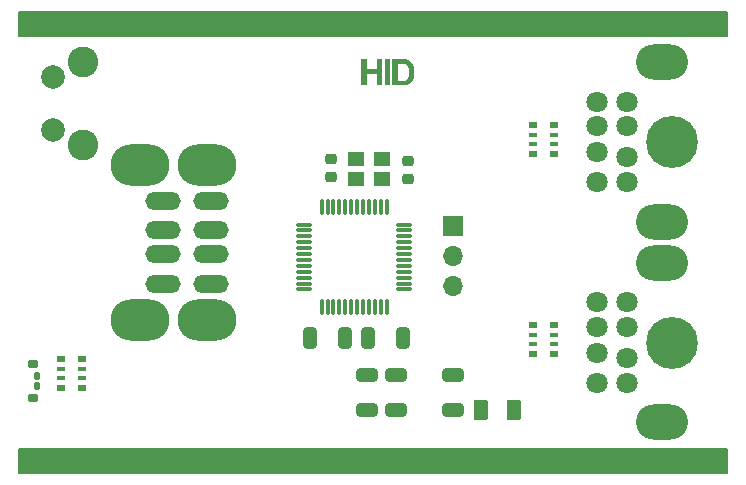
<source format=gbr>
%TF.GenerationSoftware,KiCad,Pcbnew,8.0.3*%
%TF.CreationDate,2024-07-06T15:28:31-07:00*%
%TF.ProjectId,ps2usb,70733275-7362-42e6-9b69-6361645f7063,rev?*%
%TF.SameCoordinates,Original*%
%TF.FileFunction,Soldermask,Top*%
%TF.FilePolarity,Negative*%
%FSLAX46Y46*%
G04 Gerber Fmt 4.6, Leading zero omitted, Abs format (unit mm)*
G04 Created by KiCad (PCBNEW 8.0.3) date 2024-07-06 15:28:31*
%MOMM*%
%LPD*%
G01*
G04 APERTURE LIST*
G04 Aperture macros list*
%AMRoundRect*
0 Rectangle with rounded corners*
0 $1 Rounding radius*
0 $2 $3 $4 $5 $6 $7 $8 $9 X,Y pos of 4 corners*
0 Add a 4 corners polygon primitive as box body*
4,1,4,$2,$3,$4,$5,$6,$7,$8,$9,$2,$3,0*
0 Add four circle primitives for the rounded corners*
1,1,$1+$1,$2,$3*
1,1,$1+$1,$4,$5*
1,1,$1+$1,$6,$7*
1,1,$1+$1,$8,$9*
0 Add four rect primitives between the rounded corners*
20,1,$1+$1,$2,$3,$4,$5,0*
20,1,$1+$1,$4,$5,$6,$7,0*
20,1,$1+$1,$6,$7,$8,$9,0*
20,1,$1+$1,$8,$9,$2,$3,0*%
G04 Aperture macros list end*
%ADD10C,0.150000*%
%ADD11C,0.000000*%
%ADD12RoundRect,0.150000X0.300000X0.150000X-0.300000X0.150000X-0.300000X-0.150000X0.300000X-0.150000X0*%
%ADD13RoundRect,0.137500X0.137500X0.162500X-0.137500X0.162500X-0.137500X-0.162500X0.137500X-0.162500X0*%
%ADD14C,1.800000*%
%ADD15O,4.400000X3.000000*%
%ADD16C,4.400000*%
%ADD17RoundRect,0.250000X-0.650000X0.325000X-0.650000X-0.325000X0.650000X-0.325000X0.650000X0.325000X0*%
%ADD18R,0.800000X0.500000*%
%ADD19R,0.800000X0.400000*%
%ADD20O,1.400000X0.300000*%
%ADD21O,0.300000X1.400000*%
%ADD22RoundRect,0.225000X-0.250000X0.225000X-0.250000X-0.225000X0.250000X-0.225000X0.250000X0.225000X0*%
%ADD23R,1.700000X1.700000*%
%ADD24O,1.700000X1.700000*%
%ADD25R,1.400000X1.200000*%
%ADD26RoundRect,0.225000X0.250000X-0.225000X0.250000X0.225000X-0.250000X0.225000X-0.250000X-0.225000X0*%
%ADD27RoundRect,0.250000X0.325000X0.650000X-0.325000X0.650000X-0.325000X-0.650000X0.325000X-0.650000X0*%
%ADD28C,2.000000*%
%ADD29C,2.600000*%
%ADD30RoundRect,0.250000X-0.375000X-0.625000X0.375000X-0.625000X0.375000X0.625000X-0.375000X0.625000X0*%
%ADD31RoundRect,0.250000X-0.325000X-0.650000X0.325000X-0.650000X0.325000X0.650000X-0.325000X0.650000X0*%
%ADD32O,3.000000X1.500000*%
%ADD33O,5.000000X3.500000*%
G04 APERTURE END LIST*
D10*
X100000003Y-117999989D02*
X160000003Y-117999989D01*
X160000003Y-119999989D01*
X100000003Y-119999989D01*
X100000003Y-117999989D01*
G36*
X100000003Y-117999989D02*
G01*
X160000003Y-117999989D01*
X160000003Y-119999989D01*
X100000003Y-119999989D01*
X100000003Y-117999989D01*
G37*
D11*
G36*
X132532688Y-84994558D02*
G01*
X132595962Y-84996551D01*
X132655108Y-84999872D01*
X132710126Y-85004522D01*
X132761015Y-85010501D01*
X132807777Y-85017808D01*
X132850410Y-85026444D01*
X132888915Y-85036408D01*
X132913179Y-85043971D01*
X132937005Y-85052233D01*
X132960392Y-85061195D01*
X132983339Y-85070857D01*
X133005848Y-85081218D01*
X133027918Y-85092280D01*
X133049549Y-85104042D01*
X133070741Y-85116503D01*
X133091494Y-85129664D01*
X133111809Y-85143525D01*
X133131684Y-85158086D01*
X133151121Y-85173347D01*
X133170118Y-85189308D01*
X133188677Y-85205968D01*
X133206797Y-85223329D01*
X133224478Y-85241389D01*
X133241678Y-85260061D01*
X133258356Y-85279254D01*
X133274513Y-85298969D01*
X133290147Y-85319206D01*
X133305260Y-85339966D01*
X133319851Y-85361247D01*
X133333919Y-85383050D01*
X133347466Y-85405375D01*
X133360491Y-85428222D01*
X133372994Y-85451590D01*
X133384975Y-85475481D01*
X133396434Y-85499894D01*
X133407371Y-85524829D01*
X133417786Y-85550285D01*
X133427680Y-85576264D01*
X133437051Y-85602764D01*
X133445877Y-85629727D01*
X133454133Y-85657473D01*
X133461820Y-85686002D01*
X133468937Y-85715314D01*
X133475485Y-85745409D01*
X133481464Y-85776287D01*
X133486873Y-85807948D01*
X133491713Y-85840391D01*
X133495983Y-85873618D01*
X133499684Y-85907627D01*
X133505378Y-85977994D01*
X133508795Y-86051494D01*
X133509934Y-86128124D01*
X133508866Y-86195645D01*
X133505663Y-86260794D01*
X133500325Y-86323569D01*
X133492852Y-86383973D01*
X133483243Y-86442003D01*
X133471500Y-86497662D01*
X133457621Y-86550948D01*
X133449881Y-86576701D01*
X133441607Y-86601861D01*
X133430889Y-86631867D01*
X133419614Y-86661149D01*
X133407781Y-86689708D01*
X133395391Y-86717543D01*
X133382443Y-86744654D01*
X133368938Y-86771042D01*
X133354875Y-86796706D01*
X133340254Y-86821647D01*
X133325077Y-86845864D01*
X133309341Y-86869357D01*
X133293048Y-86892127D01*
X133276198Y-86914173D01*
X133258790Y-86935495D01*
X133240824Y-86956094D01*
X133222301Y-86975970D01*
X133203220Y-86995121D01*
X133188286Y-87009161D01*
X133172710Y-87022808D01*
X133156495Y-87036065D01*
X133139638Y-87048929D01*
X133122141Y-87061403D01*
X133104004Y-87073485D01*
X133085226Y-87085175D01*
X133065807Y-87096474D01*
X133045748Y-87107381D01*
X133025048Y-87117897D01*
X133003707Y-87128022D01*
X132981726Y-87137755D01*
X132959105Y-87147097D01*
X132935843Y-87156047D01*
X132911940Y-87164606D01*
X132887397Y-87172773D01*
X132868405Y-87178473D01*
X132848631Y-87183805D01*
X132828073Y-87188770D01*
X132806733Y-87193367D01*
X132784610Y-87197596D01*
X132761703Y-87201457D01*
X132738014Y-87204950D01*
X132713542Y-87208076D01*
X132662249Y-87213224D01*
X132607825Y-87216902D01*
X132550269Y-87219108D01*
X132489581Y-87219843D01*
X131643841Y-87219843D01*
X131643841Y-86844802D01*
X131643841Y-85370453D01*
X132093283Y-85370453D01*
X132093283Y-86844802D01*
X132428845Y-86844802D01*
X132474278Y-86844470D01*
X132516437Y-86843474D01*
X132555322Y-86841813D01*
X132590933Y-86839488D01*
X132623269Y-86836499D01*
X132652332Y-86832845D01*
X132678121Y-86828527D01*
X132700636Y-86823545D01*
X132714153Y-86819981D01*
X132727374Y-86816119D01*
X132740298Y-86811962D01*
X132752925Y-86807507D01*
X132765256Y-86802757D01*
X132777291Y-86797709D01*
X132789029Y-86792365D01*
X132800470Y-86786725D01*
X132811614Y-86780788D01*
X132822463Y-86774554D01*
X132833014Y-86768024D01*
X132843269Y-86761198D01*
X132853228Y-86754074D01*
X132862890Y-86746655D01*
X132872255Y-86738938D01*
X132881324Y-86730925D01*
X132890327Y-86722438D01*
X132899117Y-86713297D01*
X132907694Y-86703505D01*
X132916057Y-86693060D01*
X132924206Y-86681963D01*
X132932142Y-86670213D01*
X132939864Y-86657811D01*
X132947373Y-86644756D01*
X132954669Y-86631049D01*
X132961750Y-86616690D01*
X132968619Y-86601678D01*
X132975273Y-86586014D01*
X132981715Y-86569698D01*
X132987942Y-86552729D01*
X132993956Y-86535107D01*
X132999757Y-86516834D01*
X133005273Y-86497623D01*
X133010433Y-86477569D01*
X133015238Y-86456674D01*
X133019686Y-86434936D01*
X133023779Y-86412356D01*
X133027515Y-86388934D01*
X133033921Y-86339563D01*
X133038903Y-86286823D01*
X133042462Y-86230713D01*
X133044597Y-86171235D01*
X133045309Y-86108388D01*
X133044597Y-86045732D01*
X133042462Y-85986823D01*
X133038903Y-85931663D01*
X133033921Y-85880252D01*
X133027515Y-85832589D01*
X133019686Y-85788674D01*
X133010433Y-85748508D01*
X132999757Y-85712090D01*
X132993921Y-85695056D01*
X132987800Y-85678496D01*
X132981394Y-85662410D01*
X132974704Y-85646799D01*
X132967729Y-85631663D01*
X132960469Y-85617001D01*
X132952925Y-85602814D01*
X132945096Y-85589101D01*
X132936982Y-85575862D01*
X132928583Y-85563098D01*
X132919900Y-85550809D01*
X132910932Y-85538994D01*
X132901679Y-85527654D01*
X132892142Y-85516788D01*
X132882320Y-85506397D01*
X132872213Y-85496480D01*
X132861792Y-85486996D01*
X132851027Y-85477903D01*
X132839918Y-85469203D01*
X132828465Y-85460893D01*
X132816668Y-85452975D01*
X132804527Y-85445448D01*
X132792042Y-85438313D01*
X132779213Y-85431569D01*
X132766039Y-85425217D01*
X132752522Y-85419256D01*
X132738661Y-85413687D01*
X132724456Y-85408509D01*
X132709907Y-85403722D01*
X132695013Y-85399327D01*
X132679776Y-85395323D01*
X132664195Y-85391711D01*
X132651722Y-85389137D01*
X132637837Y-85386729D01*
X132605832Y-85382411D01*
X132568181Y-85378758D01*
X132524883Y-85375768D01*
X132475939Y-85373444D01*
X132421348Y-85371783D01*
X132361111Y-85370787D01*
X132295228Y-85370454D01*
X132093283Y-85370453D01*
X131643841Y-85370453D01*
X131643841Y-84993893D01*
X132465286Y-84993893D01*
X132532688Y-84994558D01*
G37*
G36*
X131453509Y-87219842D02*
G01*
X131004068Y-87219842D01*
X131004068Y-84993893D01*
X131453509Y-84993893D01*
X131453509Y-87219842D01*
G37*
D10*
X100000003Y-80999989D02*
X160000003Y-80999989D01*
X160000003Y-82999989D01*
X100000003Y-82999989D01*
X100000003Y-80999989D01*
G36*
X100000003Y-80999989D02*
G01*
X160000003Y-80999989D01*
X160000003Y-82999989D01*
X100000003Y-82999989D01*
X100000003Y-80999989D01*
G37*
D11*
G36*
X129459338Y-85870000D02*
G01*
X130340000Y-85870000D01*
X130340000Y-84993893D01*
X130789441Y-84993893D01*
X130789441Y-87219842D01*
X130340000Y-87219842D01*
X130340000Y-86246558D01*
X129459338Y-86246558D01*
X129459338Y-87219842D01*
X129009897Y-87219842D01*
X129009897Y-84993893D01*
X129459338Y-84993893D01*
X129459338Y-85870000D01*
G37*
D12*
%TO.C,D1*%
X101250000Y-110850000D03*
D13*
X101575000Y-111800000D03*
X101575000Y-112700000D03*
D12*
X101250000Y-113650000D03*
%TD*%
D14*
%TO.C,J1*%
X151500000Y-90700000D03*
X151500000Y-93300000D03*
X151500000Y-88600000D03*
X149000000Y-90700000D03*
X151500000Y-95400000D03*
X149000000Y-88600000D03*
X149000000Y-92900000D03*
X149000000Y-95400000D03*
D15*
X154500000Y-85250000D03*
D16*
X155300000Y-92000000D03*
D15*
X154500000Y-98750000D03*
%TD*%
D14*
%TO.C,J2*%
X151500000Y-107700000D03*
X151500000Y-110300000D03*
X151500000Y-105600000D03*
X149000000Y-107700000D03*
X151500000Y-112400000D03*
X149000000Y-105600000D03*
X149000000Y-109900000D03*
X149000000Y-112400000D03*
D15*
X154500000Y-102250000D03*
D16*
X155300000Y-109000000D03*
D15*
X154500000Y-115750000D03*
%TD*%
D17*
%TO.C,C6*%
X129475000Y-111750000D03*
X129475000Y-114700000D03*
%TD*%
D18*
%TO.C,RN2*%
X145325000Y-109925000D03*
D19*
X145325000Y-109125000D03*
X145325000Y-108325000D03*
D18*
X145325000Y-107525000D03*
X143525000Y-107525000D03*
D19*
X143525000Y-108325000D03*
X143525000Y-109125000D03*
D18*
X143525000Y-109925000D03*
%TD*%
D20*
%TO.C,U1*%
X132600000Y-104500000D03*
X132600000Y-104000000D03*
X132600000Y-103500000D03*
X132600000Y-103000000D03*
X132600000Y-102500000D03*
X132600000Y-102000000D03*
X132600000Y-101500000D03*
X132600000Y-101000000D03*
X132600000Y-100500000D03*
X132600000Y-100000000D03*
X132600000Y-99500000D03*
X132600000Y-99000000D03*
D21*
X131150000Y-97550000D03*
X130650000Y-97550000D03*
X130150000Y-97550000D03*
X129650000Y-97550000D03*
X129150000Y-97550000D03*
X128650000Y-97550000D03*
X128150000Y-97550000D03*
X127650000Y-97550000D03*
X127150000Y-97550000D03*
X126650000Y-97550000D03*
X126150000Y-97550000D03*
X125650000Y-97550000D03*
D20*
X124200000Y-99000000D03*
X124200000Y-99500000D03*
X124200000Y-100000000D03*
X124200000Y-100500000D03*
X124200000Y-101000000D03*
X124200000Y-101500000D03*
X124200000Y-102000000D03*
X124200000Y-102500000D03*
X124200000Y-103000000D03*
X124200000Y-103500000D03*
X124200000Y-104000000D03*
X124200000Y-104500000D03*
D21*
X125650000Y-105950000D03*
X126150000Y-105950000D03*
X126650000Y-105950000D03*
X127150000Y-105950000D03*
X127650000Y-105950000D03*
X128150000Y-105950000D03*
X128650000Y-105950000D03*
X129150000Y-105950000D03*
X129650000Y-105950000D03*
X130150000Y-105950000D03*
X130650000Y-105950000D03*
X131150000Y-105950000D03*
%TD*%
D17*
%TO.C,C7*%
X136775000Y-111750000D03*
X136775000Y-114700000D03*
%TD*%
D18*
%TO.C,RN1*%
X145325000Y-93000000D03*
D19*
X145325000Y-92200000D03*
X145325000Y-91400000D03*
D18*
X145325000Y-90600000D03*
X143525000Y-90600000D03*
D19*
X143525000Y-91400000D03*
X143525000Y-92200000D03*
D18*
X143525000Y-93000000D03*
%TD*%
D22*
%TO.C,C3*%
X126475000Y-93445200D03*
X126475000Y-94995200D03*
%TD*%
D23*
%TO.C,J4*%
X136800000Y-99110000D03*
D24*
X136800000Y-101650000D03*
X136800000Y-104190000D03*
%TD*%
D25*
%TO.C,Y1*%
X130775000Y-93445200D03*
X128575000Y-93445200D03*
X128575000Y-95145200D03*
X130775000Y-95145200D03*
%TD*%
D26*
%TO.C,C4*%
X132925000Y-95145200D03*
X132925000Y-93595200D03*
%TD*%
D27*
%TO.C,C2*%
X132500000Y-108575000D03*
X129550000Y-108575000D03*
%TD*%
D28*
%TO.C,S1*%
X102930000Y-86500000D03*
X102930000Y-91000000D03*
D29*
X105430000Y-85250000D03*
X105430000Y-92250000D03*
%TD*%
D30*
%TO.C,F1*%
X139150000Y-114700000D03*
X141950000Y-114700000D03*
%TD*%
D18*
%TO.C,RN3*%
X103575000Y-110425000D03*
D19*
X103575000Y-111225000D03*
X103575000Y-112025000D03*
D18*
X103575000Y-112825000D03*
X105375000Y-112825000D03*
D19*
X105375000Y-112025000D03*
X105375000Y-111225000D03*
D18*
X105375000Y-110425000D03*
%TD*%
D31*
%TO.C,C1*%
X124700000Y-108575000D03*
X127650000Y-108575000D03*
%TD*%
D32*
%TO.C,J3*%
X116280000Y-97000000D03*
X112260000Y-97000000D03*
X116280000Y-99500000D03*
X112260000Y-99500000D03*
X116280000Y-101500000D03*
X112260000Y-101500000D03*
X116280000Y-104000000D03*
X112260000Y-104000000D03*
D33*
X115930000Y-93930000D03*
X110250000Y-93930000D03*
X115930000Y-107070000D03*
X110250000Y-107070000D03*
%TD*%
D17*
%TO.C,C5*%
X131975000Y-111750000D03*
X131975000Y-114700000D03*
%TD*%
M02*

</source>
